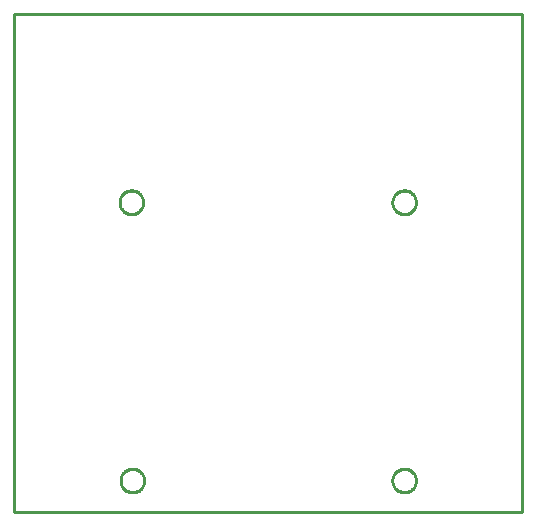
<source format=gbr>
G04 EAGLE Gerber RS-274X export*
G75*
%MOMM*%
%FSLAX34Y34*%
%LPD*%
%IN*%
%IPPOS*%
%AMOC8*
5,1,8,0,0,1.08239X$1,22.5*%
G01*
%ADD10C,0.254000*%


D10*
X0Y0D02*
X429620Y0D01*
X429620Y422000D01*
X0Y422000D01*
X0Y0D01*
X109950Y26153D02*
X109950Y27027D01*
X109874Y27897D01*
X109722Y28756D01*
X109496Y29600D01*
X109198Y30420D01*
X108829Y31212D01*
X108392Y31968D01*
X107891Y32683D01*
X107330Y33352D01*
X106712Y33970D01*
X106043Y34531D01*
X105328Y35032D01*
X104572Y35469D01*
X103780Y35838D01*
X102960Y36136D01*
X102116Y36362D01*
X101257Y36514D01*
X100387Y36590D01*
X99513Y36590D01*
X98644Y36514D01*
X97784Y36362D01*
X96940Y36136D01*
X96120Y35838D01*
X95328Y35469D01*
X94572Y35032D01*
X93857Y34531D01*
X93188Y33970D01*
X92570Y33352D01*
X92009Y32683D01*
X91508Y31968D01*
X91071Y31212D01*
X90702Y30420D01*
X90404Y29600D01*
X90178Y28756D01*
X90026Y27897D01*
X89950Y27027D01*
X89950Y26153D01*
X90026Y25284D01*
X90178Y24424D01*
X90404Y23580D01*
X90702Y22760D01*
X91071Y21968D01*
X91508Y21212D01*
X92009Y20497D01*
X92570Y19828D01*
X93188Y19210D01*
X93857Y18649D01*
X94572Y18148D01*
X95328Y17711D01*
X96120Y17342D01*
X96940Y17044D01*
X97784Y16818D01*
X98644Y16666D01*
X99513Y16590D01*
X100387Y16590D01*
X101257Y16666D01*
X102116Y16818D01*
X102960Y17044D01*
X103780Y17342D01*
X104572Y17711D01*
X105328Y18148D01*
X106043Y18649D01*
X106712Y19210D01*
X107330Y19828D01*
X107891Y20497D01*
X108392Y21212D01*
X108829Y21968D01*
X109198Y22760D01*
X109496Y23580D01*
X109722Y24424D01*
X109874Y25284D01*
X109950Y26153D01*
X109120Y261753D02*
X109120Y262627D01*
X109044Y263497D01*
X108892Y264356D01*
X108666Y265200D01*
X108368Y266020D01*
X107999Y266812D01*
X107562Y267568D01*
X107061Y268283D01*
X106500Y268952D01*
X105882Y269570D01*
X105213Y270131D01*
X104498Y270632D01*
X103742Y271069D01*
X102950Y271438D01*
X102130Y271736D01*
X101286Y271962D01*
X100427Y272114D01*
X99557Y272190D01*
X98683Y272190D01*
X97814Y272114D01*
X96954Y271962D01*
X96110Y271736D01*
X95290Y271438D01*
X94498Y271069D01*
X93742Y270632D01*
X93027Y270131D01*
X92358Y269570D01*
X91740Y268952D01*
X91179Y268283D01*
X90678Y267568D01*
X90241Y266812D01*
X89872Y266020D01*
X89574Y265200D01*
X89348Y264356D01*
X89196Y263497D01*
X89120Y262627D01*
X89120Y261753D01*
X89196Y260884D01*
X89348Y260024D01*
X89574Y259180D01*
X89872Y258360D01*
X90241Y257568D01*
X90678Y256812D01*
X91179Y256097D01*
X91740Y255428D01*
X92358Y254810D01*
X93027Y254249D01*
X93742Y253748D01*
X94498Y253311D01*
X95290Y252942D01*
X96110Y252644D01*
X96954Y252418D01*
X97814Y252266D01*
X98683Y252190D01*
X99557Y252190D01*
X100427Y252266D01*
X101286Y252418D01*
X102130Y252644D01*
X102950Y252942D01*
X103742Y253311D01*
X104498Y253748D01*
X105213Y254249D01*
X105882Y254810D01*
X106500Y255428D01*
X107061Y256097D01*
X107562Y256812D01*
X107999Y257568D01*
X108368Y258360D01*
X108666Y259180D01*
X108892Y260024D01*
X109044Y260884D01*
X109120Y261753D01*
X340120Y26153D02*
X340120Y27027D01*
X340044Y27897D01*
X339892Y28756D01*
X339666Y29600D01*
X339368Y30420D01*
X338999Y31212D01*
X338562Y31968D01*
X338061Y32683D01*
X337500Y33352D01*
X336882Y33970D01*
X336213Y34531D01*
X335498Y35032D01*
X334742Y35469D01*
X333950Y35838D01*
X333130Y36136D01*
X332286Y36362D01*
X331427Y36514D01*
X330557Y36590D01*
X329683Y36590D01*
X328814Y36514D01*
X327954Y36362D01*
X327110Y36136D01*
X326290Y35838D01*
X325498Y35469D01*
X324742Y35032D01*
X324027Y34531D01*
X323358Y33970D01*
X322740Y33352D01*
X322179Y32683D01*
X321678Y31968D01*
X321241Y31212D01*
X320872Y30420D01*
X320574Y29600D01*
X320348Y28756D01*
X320196Y27897D01*
X320120Y27027D01*
X320120Y26153D01*
X320196Y25284D01*
X320348Y24424D01*
X320574Y23580D01*
X320872Y22760D01*
X321241Y21968D01*
X321678Y21212D01*
X322179Y20497D01*
X322740Y19828D01*
X323358Y19210D01*
X324027Y18649D01*
X324742Y18148D01*
X325498Y17711D01*
X326290Y17342D01*
X327110Y17044D01*
X327954Y16818D01*
X328814Y16666D01*
X329683Y16590D01*
X330557Y16590D01*
X331427Y16666D01*
X332286Y16818D01*
X333130Y17044D01*
X333950Y17342D01*
X334742Y17711D01*
X335498Y18148D01*
X336213Y18649D01*
X336882Y19210D01*
X337500Y19828D01*
X338061Y20497D01*
X338562Y21212D01*
X338999Y21968D01*
X339368Y22760D01*
X339666Y23580D01*
X339892Y24424D01*
X340044Y25284D01*
X340120Y26153D01*
X340120Y261753D02*
X340120Y262627D01*
X340044Y263497D01*
X339892Y264356D01*
X339666Y265200D01*
X339368Y266020D01*
X338999Y266812D01*
X338562Y267568D01*
X338061Y268283D01*
X337500Y268952D01*
X336882Y269570D01*
X336213Y270131D01*
X335498Y270632D01*
X334742Y271069D01*
X333950Y271438D01*
X333130Y271736D01*
X332286Y271962D01*
X331427Y272114D01*
X330557Y272190D01*
X329683Y272190D01*
X328814Y272114D01*
X327954Y271962D01*
X327110Y271736D01*
X326290Y271438D01*
X325498Y271069D01*
X324742Y270632D01*
X324027Y270131D01*
X323358Y269570D01*
X322740Y268952D01*
X322179Y268283D01*
X321678Y267568D01*
X321241Y266812D01*
X320872Y266020D01*
X320574Y265200D01*
X320348Y264356D01*
X320196Y263497D01*
X320120Y262627D01*
X320120Y261753D01*
X320196Y260884D01*
X320348Y260024D01*
X320574Y259180D01*
X320872Y258360D01*
X321241Y257568D01*
X321678Y256812D01*
X322179Y256097D01*
X322740Y255428D01*
X323358Y254810D01*
X324027Y254249D01*
X324742Y253748D01*
X325498Y253311D01*
X326290Y252942D01*
X327110Y252644D01*
X327954Y252418D01*
X328814Y252266D01*
X329683Y252190D01*
X330557Y252190D01*
X331427Y252266D01*
X332286Y252418D01*
X333130Y252644D01*
X333950Y252942D01*
X334742Y253311D01*
X335498Y253748D01*
X336213Y254249D01*
X336882Y254810D01*
X337500Y255428D01*
X338061Y256097D01*
X338562Y256812D01*
X338999Y257568D01*
X339368Y258360D01*
X339666Y259180D01*
X339892Y260024D01*
X340044Y260884D01*
X340120Y261753D01*
M02*

</source>
